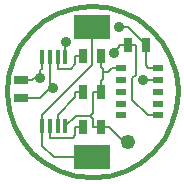
<source format=gtl>
G04 (created by PCBNEW-RS274X (2011-05-25)-stable) date Wed 10 Oct 2012 17:52:01 BST*
G01*
G70*
G90*
%MOIN*%
G04 Gerber Fmt 3.4, Leading zero omitted, Abs format*
%FSLAX34Y34*%
G04 APERTURE LIST*
%ADD10C,0.006000*%
%ADD11C,0.015000*%
%ADD12C,0.049200*%
%ADD13R,0.122000X0.082700*%
%ADD14R,0.025000X0.045000*%
%ADD15R,0.045000X0.025000*%
%ADD16R,0.035400X0.023600*%
%ADD17R,0.013700X0.047200*%
%ADD18C,0.035000*%
%ADD19C,0.008000*%
G04 APERTURE END LIST*
G54D10*
G54D11*
X39666Y-37205D02*
X39660Y-37262D01*
X39643Y-37317D01*
X39616Y-37368D01*
X39580Y-37413D01*
X39535Y-37450D01*
X39484Y-37477D01*
X39429Y-37494D01*
X39372Y-37500D01*
X39315Y-37495D01*
X39260Y-37479D01*
X39208Y-37452D01*
X39163Y-37416D01*
X39126Y-37372D01*
X39098Y-37321D01*
X39081Y-37266D01*
X39075Y-37209D01*
X39079Y-37152D01*
X39095Y-37097D01*
X39122Y-37045D01*
X39158Y-37000D01*
X39202Y-36962D01*
X39252Y-36934D01*
X39307Y-36916D01*
X39364Y-36910D01*
X39421Y-36914D01*
X39477Y-36930D01*
X39528Y-36956D01*
X39574Y-36991D01*
X39611Y-37035D01*
X39640Y-37085D01*
X39658Y-37140D01*
X39665Y-37197D01*
X39666Y-37205D01*
X39665Y-41536D02*
X39659Y-41593D01*
X39642Y-41648D01*
X39615Y-41699D01*
X39579Y-41743D01*
X39534Y-41780D01*
X39484Y-41807D01*
X39429Y-41824D01*
X39372Y-41830D01*
X39315Y-41825D01*
X39260Y-41809D01*
X39209Y-41782D01*
X39164Y-41746D01*
X39127Y-41702D01*
X39099Y-41652D01*
X39082Y-41597D01*
X39076Y-41540D01*
X39080Y-41483D01*
X39096Y-41428D01*
X39123Y-41377D01*
X39158Y-41332D01*
X39202Y-41294D01*
X39252Y-41266D01*
X39307Y-41248D01*
X39364Y-41242D01*
X39421Y-41246D01*
X39476Y-41261D01*
X39528Y-41287D01*
X39573Y-41323D01*
X39611Y-41366D01*
X39639Y-41417D01*
X39657Y-41471D01*
X39664Y-41528D01*
X39665Y-41536D01*
X42224Y-39370D02*
X42169Y-39924D01*
X42008Y-40457D01*
X41747Y-40949D01*
X41395Y-41381D01*
X40965Y-41736D01*
X40475Y-42000D01*
X39943Y-42165D01*
X39389Y-42223D01*
X38836Y-42173D01*
X38301Y-42016D01*
X37808Y-41758D01*
X37374Y-41409D01*
X37016Y-40982D01*
X36747Y-40494D01*
X36579Y-39963D01*
X36517Y-39409D01*
X36563Y-38855D01*
X36717Y-38320D01*
X36972Y-37824D01*
X37318Y-37388D01*
X37742Y-37027D01*
X38228Y-36755D01*
X38758Y-36583D01*
X39311Y-36517D01*
X39865Y-36560D01*
X40402Y-36710D01*
X40899Y-36961D01*
X41338Y-37304D01*
X41702Y-37725D01*
X41977Y-38210D01*
X42153Y-38738D01*
X42222Y-39291D01*
X42224Y-39370D01*
G54D12*
X40551Y-41043D03*
G54D13*
X39370Y-37205D03*
X39370Y-41535D03*
G54D14*
X39070Y-38189D03*
X39670Y-38189D03*
X39070Y-39370D03*
X39670Y-39370D03*
X39070Y-40551D03*
X39670Y-40551D03*
X40546Y-37795D03*
X41146Y-37795D03*
G54D15*
X37008Y-38972D03*
X37008Y-39572D03*
G54D16*
X41555Y-40157D03*
X41555Y-39763D03*
X41555Y-39370D03*
X41555Y-38977D03*
X41555Y-38583D03*
X40335Y-38583D03*
X40335Y-38977D03*
X40335Y-39370D03*
X40335Y-39763D03*
X40335Y-40157D03*
G54D17*
X37708Y-40521D03*
X37964Y-40521D03*
X38218Y-40521D03*
X38474Y-40521D03*
X38474Y-38219D03*
X38218Y-38219D03*
X37964Y-38219D03*
X37708Y-38219D03*
G54D18*
X37645Y-38922D03*
X40086Y-38070D03*
X38480Y-37704D03*
X40267Y-37219D03*
X38070Y-39236D03*
X41073Y-38993D03*
G54D19*
X37708Y-40521D02*
X37708Y-40142D01*
X37708Y-41163D02*
X37708Y-40521D01*
X38080Y-41535D02*
X37708Y-41163D01*
X39370Y-41535D02*
X38080Y-41535D01*
X39370Y-38480D02*
X39370Y-37205D01*
X37708Y-40142D02*
X39370Y-38480D01*
X38802Y-39558D02*
X38802Y-39370D01*
X38218Y-40142D02*
X38802Y-39558D01*
X38218Y-40521D02*
X38218Y-40142D01*
X39070Y-39370D02*
X38802Y-39370D01*
X38802Y-38457D02*
X38802Y-38189D01*
X38661Y-38598D02*
X38802Y-38457D01*
X38218Y-38598D02*
X38661Y-38598D01*
X38218Y-38219D02*
X38218Y-38598D01*
X39070Y-38189D02*
X38802Y-38189D01*
X38802Y-40819D02*
X38802Y-40551D01*
X38721Y-40900D02*
X38802Y-40819D01*
X37964Y-40900D02*
X38721Y-40900D01*
X37964Y-40521D02*
X37964Y-40900D01*
X39070Y-40551D02*
X38802Y-40551D01*
X40546Y-37795D02*
X40814Y-37795D01*
X37008Y-38972D02*
X37376Y-38972D01*
X37426Y-38922D02*
X37645Y-38922D01*
X37376Y-38972D02*
X37426Y-38922D01*
X37645Y-38661D02*
X37645Y-38922D01*
X37708Y-38598D02*
X37645Y-38661D01*
X37708Y-38219D02*
X37708Y-38598D01*
X41555Y-40157D02*
X41235Y-40157D01*
X40278Y-37878D02*
X40278Y-37795D01*
X40086Y-38070D02*
X40278Y-37878D01*
X40546Y-37795D02*
X40278Y-37795D01*
X40707Y-39629D02*
X41235Y-40157D01*
X40707Y-38909D02*
X40707Y-39629D01*
X40814Y-38802D02*
X40707Y-38909D01*
X40814Y-37795D02*
X40814Y-38802D01*
X39670Y-40551D02*
X39402Y-40551D01*
X40430Y-41043D02*
X39938Y-40551D01*
X40551Y-41043D02*
X40430Y-41043D01*
X39670Y-40551D02*
X39938Y-40551D01*
X38813Y-40182D02*
X39301Y-40182D01*
X38474Y-40521D02*
X38813Y-40182D01*
X39402Y-40283D02*
X39402Y-40551D01*
X39301Y-40182D02*
X39402Y-40283D01*
X39402Y-40081D02*
X39301Y-40182D01*
X39402Y-39370D02*
X39402Y-40081D01*
X39670Y-39370D02*
X39402Y-39370D01*
X39739Y-38933D02*
X39739Y-38715D01*
X39670Y-39002D02*
X39739Y-38933D01*
X39670Y-39370D02*
X39670Y-39002D01*
X39670Y-38557D02*
X39670Y-38189D01*
X39739Y-38626D02*
X39670Y-38557D01*
X39739Y-38715D02*
X39739Y-38626D01*
X39883Y-38715D02*
X40015Y-38583D01*
X39739Y-38715D02*
X39883Y-38715D01*
X40335Y-38583D02*
X40015Y-38583D01*
X41146Y-37795D02*
X41146Y-38117D01*
X41146Y-38494D02*
X41235Y-38583D01*
X41146Y-38117D02*
X41146Y-38494D01*
X41441Y-38583D02*
X41235Y-38583D01*
X41441Y-38583D02*
X41555Y-38583D01*
X40570Y-37219D02*
X40267Y-37219D01*
X41146Y-37795D02*
X40570Y-37219D01*
X38474Y-37710D02*
X38480Y-37704D01*
X38474Y-38219D02*
X38474Y-37710D01*
X37628Y-39572D02*
X37008Y-39572D01*
X37964Y-39236D02*
X37628Y-39572D01*
X37964Y-38219D02*
X37964Y-39236D01*
X41219Y-38993D02*
X41235Y-38977D01*
X41073Y-38993D02*
X41219Y-38993D01*
X41555Y-38977D02*
X41235Y-38977D01*
X37964Y-39236D02*
X38070Y-39236D01*
M02*

</source>
